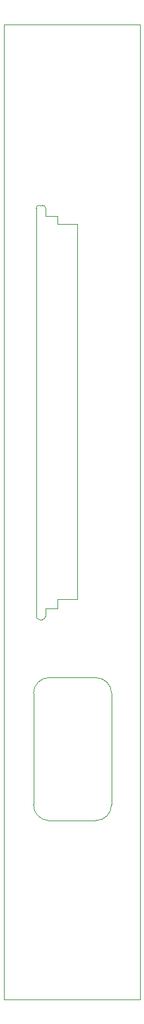
<source format=gm1>
%TF.GenerationSoftware,KiCad,Pcbnew,(5.1.9)-1*%
%TF.CreationDate,2021-08-19T10:25:23+08:00*%
%TF.ProjectId,EX-HX-Combo-Backplate,45582d48-582d-4436-9f6d-626f2d426163,rev?*%
%TF.SameCoordinates,Original*%
%TF.FileFunction,Profile,NP*%
%FSLAX46Y46*%
G04 Gerber Fmt 4.6, Leading zero omitted, Abs format (unit mm)*
G04 Created by KiCad (PCBNEW (5.1.9)-1) date 2021-08-19 10:25:23*
%MOMM*%
%LPD*%
G01*
G04 APERTURE LIST*
%TA.AperFunction,Profile*%
%ADD10C,0.100000*%
%TD*%
G04 APERTURE END LIST*
D10*
X270230000Y-151970000D02*
X270230000Y-27460000D01*
X252730000Y-27460000D02*
X252730000Y-151970000D01*
X256530000Y-127140000D02*
X256530000Y-112890000D01*
X264530000Y-129140000D02*
X258432300Y-129137612D01*
X266530000Y-112890000D02*
X266530000Y-127140000D01*
X258530000Y-110890000D02*
X264530000Y-110890000D01*
X266530000Y-127140000D02*
G75*
G02*
X264530000Y-129140000I-2000000J0D01*
G01*
X258432300Y-129137612D02*
G75*
G02*
X256530000Y-127140000I97700J1997612D01*
G01*
X264530000Y-110890000D02*
G75*
G02*
X266530000Y-112890000I0J-2000000D01*
G01*
X256530000Y-112890000D02*
G75*
G02*
X258530000Y-110890000I2000000J0D01*
G01*
X257280000Y-103460000D02*
X257680000Y-103460000D01*
X257280000Y-103460000D02*
G75*
G02*
X256880000Y-103060000I0J400000D01*
G01*
X258080000Y-103060000D02*
G75*
G02*
X257680000Y-103460000I-400000J0D01*
G01*
X257280000Y-50540000D02*
X257680000Y-50540000D01*
X257680000Y-50540000D02*
G75*
G02*
X258080000Y-50940000I0J-400000D01*
G01*
X256880000Y-50940000D02*
G75*
G02*
X257280000Y-50540000I400000J0D01*
G01*
X259580000Y-52940000D02*
X259580000Y-51940000D01*
X262180000Y-100860000D02*
X262180000Y-52940000D01*
X259580000Y-100860000D02*
X259580000Y-102060000D01*
X256880000Y-50940000D02*
X256880000Y-103060000D01*
X258080000Y-51940000D02*
X258080000Y-50940000D01*
X258080000Y-103060000D02*
X258080000Y-102060000D01*
X258080000Y-51940000D02*
X259580000Y-51940000D01*
X259580000Y-52940000D02*
X262180000Y-52940000D01*
X259580000Y-100860000D02*
X262180000Y-100860000D01*
X258080000Y-102060000D02*
X259580000Y-102060000D01*
X252730000Y-151970000D02*
X270230000Y-151970000D01*
X252730000Y-27460000D02*
X270230000Y-27460000D01*
M02*

</source>
